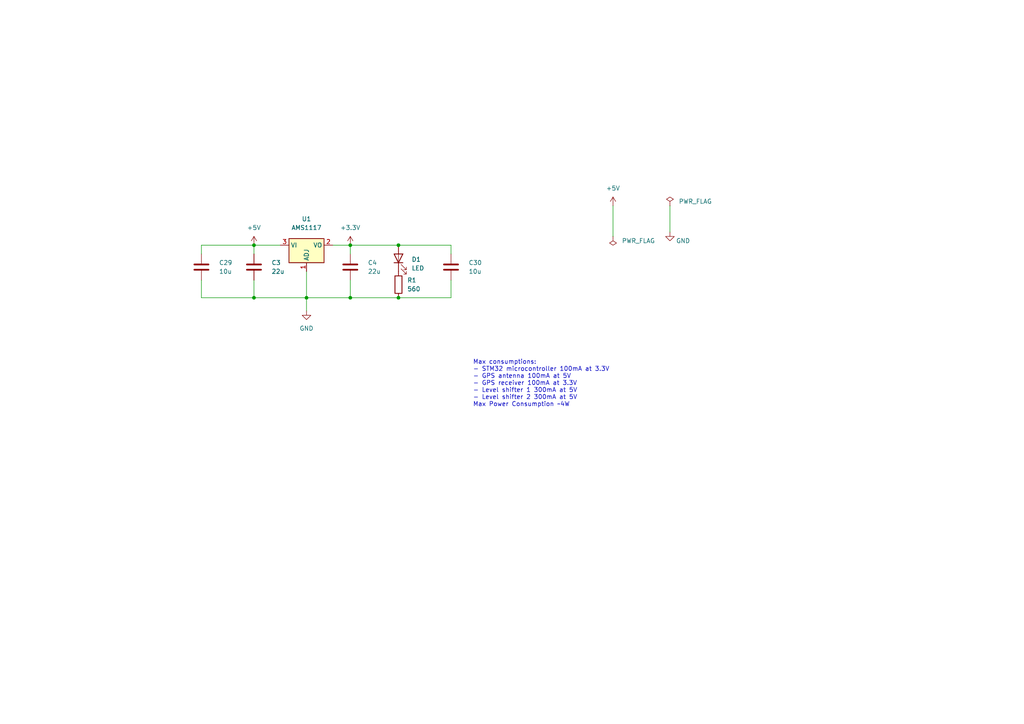
<source format=kicad_sch>
(kicad_sch (version 20230121) (generator eeschema)
  (paper "A4")
  (title_block (title "Power") (date "2022-10-30") (company "Diamond Light Source"))
  (lib_symbols
    (symbol "Device:C" (pin_numbers hide) (pin_names (offset 0.254))
      (property "Reference" "C" (at 0.635 2.54 0))
      (property "Value" "C" (at 0.635 -2.54 0))
      (symbol "C_0_1"
        (polyline (pts (xy -2.032 -0.762) (xy 2.032 -0.762)) (stroke (width 0.508)))
        (polyline (pts (xy -2.032 0.762) (xy 2.032 0.762)) (stroke (width 0.508)))
      )
      (symbol "C_1_1"
        (pin passive line (at 0 3.81 270) (length 2.794) (name "~") (number "1"))
        (pin passive line (at 0 -3.81 90) (length 2.794) (name "~") (number "2"))
      )
    )
    (symbol "Device:LED" (pin_numbers hide) (pin_names (offset 1.016) hide)
      (property "Reference" "D" (at 0 2.54 0))
      (property "Value" "LED" (at 0 -2.54 0))
      (symbol "LED_0_1"
        (polyline (pts (xy -1.27 -1.27) (xy -1.27 1.27)) (stroke (width 0.254)))
        (polyline (pts (xy -1.27 0) (xy 1.27 0)))
        (polyline (pts (xy 1.27 -1.27) (xy 1.27 1.27) (xy -1.27 0) (xy 1.27 -1.27)) (stroke (width 0.254)))
        (polyline (pts (xy -3.048 -0.762) (xy -4.572 -2.286) (xy -3.81 -2.286) (xy -4.572 -2.286) (xy -4.572 -1.524)))
        (polyline (pts (xy -1.778 -0.762) (xy -3.302 -2.286) (xy -2.54 -2.286) (xy -3.302 -2.286) (xy -3.302 -1.524)))
      )
      (symbol "LED_1_1"
        (pin passive line (at -3.81 0 0) (length 2.54) (name "K") (number "1"))
        (pin passive line (at 3.81 0 180) (length 2.54) (name "A") (number "2"))
      )
    )
    (symbol "Device:R" (pin_numbers hide) (pin_names (offset 0))
      (property "Reference" "R" (at 2.032 0 90))
      (property "Value" "R" (at 0 0 90))
      (symbol "R_0_1"
        (rectangle (start -1.016 -2.54) (end 1.016 2.54) (stroke (width 0.254)))
      )
      (symbol "R_1_1"
        (pin passive line (at 0 3.81 270) (length 1.27) (name "~") (number "1"))
        (pin passive line (at 0 -3.81 90) (length 1.27) (name "~") (number "2"))
      )
    )
    (symbol "Regulator_Linear:AMS1117"
      (property "Reference" "U" (at -3.81 3.175 0))
      (property "Value" "AMS1117" (at 0 3.175 0))
      (symbol "AMS1117_0_1"
        (rectangle (start -5.08 -5.08) (end 5.08 1.905) (stroke (width 0.254)) (fill (type background)))
      )
      (symbol "AMS1117_1_1"
        (pin input line (at 0 -7.62 90) (length 2.54) (name "ADJ") (number "1"))
        (pin power_out line (at 7.62 0 180) (length 2.54) (name "VO") (number "2"))
        (pin power_in line (at -7.62 0 0) (length 2.54) (name "VI") (number "3"))
      )
    )
    (symbol "power:+3.3V" (power) (pin_names (offset 0))
      (property "Value" "+3.3V" (at 0 3.556 0))
      (symbol "+3.3V_0_1"
        (polyline (pts (xy -0.762 1.27) (xy 0 2.54)))
        (polyline (pts (xy 0 0) (xy 0 2.54)))
        (polyline (pts (xy 0 2.54) (xy 0.762 1.27)))
      )
      (symbol "+3.3V_1_1"
        (pin power_in line (at 0 0 90) (length 0) hide (name "+3.3V") (number "1"))
      )
    )
    (symbol "power:+5V" (power) (pin_names (offset 0))
      (property "Value" "+5V" (at 0 3.556 0))
      (symbol "+5V_0_1"
        (polyline (pts (xy -0.762 1.27) (xy 0 2.54)))
        (polyline (pts (xy 0 0) (xy 0 2.54)))
        (polyline (pts (xy 0 2.54) (xy 0.762 1.27)))
      )
      (symbol "+5V_1_1"
        (pin power_in line (at 0 0 90) (length 0) hide (name "+5V") (number "1"))
      )
    )
    (symbol "power:GND" (power) (pin_names (offset 0))
      (property "Value" "GND" (at 0 -3.81 0))
      (symbol "GND_0_1"
        (polyline (pts (xy 0 0) (xy 0 -1.27) (xy 1.27 -1.27) (xy 0 -2.54) (xy -1.27 -1.27) (xy 0 -1.27)))
      )
      (symbol "GND_1_1"
        (pin power_in line (at 0 0 270) (length 0) hide (name "GND") (number "1"))
      )
    )
    (symbol "power:PWR_FLAG" (power) (pin_numbers hide) (pin_names (offset 0) hide)
      (property "Value" "PWR_FLAG" (at 0 3.81 0))
      (symbol "PWR_FLAG_0_0"
        (pin power_out line (at 0 0 90) (length 0) (name "pwr") (number "1"))
      )
      (symbol "PWR_FLAG_0_1"
        (polyline (pts (xy 0 0) (xy 0 1.27) (xy -1.016 1.905) (xy 0 2.54) (xy 1.016 1.905) (xy 0 1.27)))
      )
    )
  )
  (junction (at 88.9 86.36))
  (junction (at 101.6 86.36))
  (junction (at 101.6 71.12))
  (junction (at 115.57 71.12))
  (junction (at 73.66 71.12))
  (junction (at 115.57 86.36))
  (junction (at 73.66 86.36))
  (wire (pts (xy 58.42 71.12) (xy 58.42 73.66)))
  (wire (pts (xy 73.66 81.28) (xy 73.66 86.36)))
  (wire (pts (xy 73.66 71.12) (xy 81.28 71.12)))
  (wire (pts (xy 115.57 71.12) (xy 130.81 71.12)))
  (wire (pts (xy 130.81 81.28) (xy 130.81 86.36)))
  (wire (pts (xy 130.81 86.36) (xy 115.57 86.36)))
  (wire (pts (xy 73.66 86.36) (xy 88.9 86.36)))
  (wire (pts (xy 73.66 71.12) (xy 73.66 73.66)))
  (wire (pts (xy 177.8 59.69) (xy 177.8 68.58)))
  (wire (pts (xy 194.31 59.69) (xy 194.31 67.31)))
  (wire (pts (xy 58.42 86.36) (xy 73.66 86.36)))
  (wire (pts (xy 130.81 71.12) (xy 130.81 73.66)))
  (wire (pts (xy 101.6 71.12) (xy 101.6 73.66)))
  (wire (pts (xy 58.42 81.28) (xy 58.42 86.36)))
  (wire (pts (xy 88.9 86.36) (xy 101.6 86.36)))
  (wire (pts (xy 88.9 90.17) (xy 88.9 86.36)))
  (wire (pts (xy 96.52 71.12) (xy 101.6 71.12)))
  (wire (pts (xy 101.6 71.12) (xy 115.57 71.12)))
  (wire (pts (xy 101.6 86.36) (xy 115.57 86.36)))
  (wire (pts (xy 58.42 71.12) (xy 73.66 71.12)))
  (wire (pts (xy 88.9 78.74) (xy 88.9 86.36)))
  (wire (pts (xy 101.6 81.28) (xy 101.6 86.36)))
  (text "Max consumptions:\n- STM32 microcontroller 100mA at 3.3V\n- GPS antenna 100mA at 5V\n- GPS receiver 100mA at 3.3V\n- Level shifter 1 300mA at 5V\n- Level shifter 2 300mA at 5V\nMax Power Consumption ~4W" (at 137.16 118.11 0) (effects (font (size 1.27 1.27)) (justify left bottom)))
  (symbol (lib_id "power:+5V") (at 177.8 59.69 0) (unit 1)
    (property "Reference" "#PWR0148" (effects hide))
    (property "Value" "+5V" (at 177.8 54.61 0))
  )
  (symbol (lib_id "power:GND") (at 88.9 90.17 0) (unit 1)
    (property "Reference" "#PWR0101" (effects hide))
    (property "Value" "GND" (at 88.9 95.25 0))
  )
  (symbol (lib_id "Device:C") (at 58.42 77.47 0) (unit 1)
    (property "Reference" "C29" (at 63.5 76.1999 0) (effects (justify left)))
    (property "Value" "10u" (at 63.5 78.7399 0) (effects (justify left)))
    (property "Footprint" "Capacitor_SMD:C_1210_3225Metric" (effects hide))
  )
  (symbol (lib_id "power:+5V") (at 73.66 71.12 0) (unit 1)
    (property "Reference" "#PWR0102" (effects hide))
    (property "Value" "+5V" (at 73.66 66.04 0))
  )
  (symbol (lib_id "Regulator_Linear:AMS1117") (at 88.9 71.12 0) (unit 1)
    (property "Reference" "U1" (at 88.9 63.5 0))
    (property "Value" "AMS1117" (at 88.9 66.04 0))
    (property "Footprint" "Package_TO_SOT_SMD:SOT-223-3_TabPin2" (effects hide))
    (property "Datasheet" "http://www.advanced-monolithic.com/pdf/ds1117.pdf" (effects hide))
  )
  (symbol (lib_id "Device:C") (at 130.81 77.47 0) (unit 1)
    (property "Reference" "C30" (at 135.89 76.1999 0) (effects (justify left)))
    (property "Value" "10u" (at 135.89 78.7399 0) (effects (justify left)))
    (property "Footprint" "Capacitor_SMD:C_1210_3225Metric" (effects hide))
  )
  (symbol (lib_id "power:+3.3V") (at 101.6 71.12 0) (unit 1)
    (property "Reference" "#PWR0103" (effects hide))
    (property "Value" "+3.3V" (at 101.6 66.04 0))
  )
  (symbol (lib_id "Device:C") (at 101.6 77.47 0) (unit 1)
    (property "Reference" "C4" (at 106.68 76.1999 0) (effects (justify left)))
    (property "Value" "22u" (at 106.68 78.7399 0) (effects (justify left)))
    (property "Footprint" "Capacitor_SMD:C_1210_3225Metric" (effects hide))
  )
  (symbol (lib_id "Device:LED") (at 115.57 74.93 90) (unit 1)
    (property "Reference" "D1" (at 119.38 75.2474 90) (effects (justify right)))
    (property "Value" "LED" (at 119.38 77.7874 90) (effects (justify right)))
    (property "Footprint" "LED_THT:LED_D3.0mm_Horizontal_O1.27mm_Z2.0mm" (effects hide))
  )
  (symbol (lib_id "power:GND") (at 194.31 67.31 0) (unit 1)
    (property "Reference" "#PWR0151" (effects hide))
    (property "Value" "GND" (at 198.12 69.85 0))
  )
  (symbol (lib_id "power:PWR_FLAG") (at 194.31 59.69 0) (unit 1)
    (property "Reference" "#FLG0104" (effects hide))
    (property "Value" "PWR_FLAG" (at 196.85 58.4199 0) (effects (justify left)))
  )
  (symbol (lib_id "Device:R") (at 115.57 82.55 0) (unit 1)
    (property "Reference" "R1" (at 118.11 81.2799 0) (effects (justify left)))
    (property "Value" "560" (at 118.11 83.8199 0) (effects (justify left)))
    (property "Footprint" "Resistor_SMD:R_0805_2012Metric" (effects hide))
  )
  (symbol (lib_id "Device:C") (at 73.66 77.47 0) (unit 1)
    (property "Reference" "C3" (at 78.74 76.1999 0) (effects (justify left)))
    (property "Value" "22u" (at 78.74 78.7399 0) (effects (justify left)))
    (property "Footprint" "Capacitor_SMD:C_1210_3225Metric" (effects hide))
  )
  (symbol (lib_id "power:PWR_FLAG") (at 177.8 68.58 180) (unit 1)
    (property "Reference" "#FLG0101" (effects hide))
    (property "Value" "PWR_FLAG" (at 180.34 69.8499 0) (effects (justify right)))
  )
)
</source>
